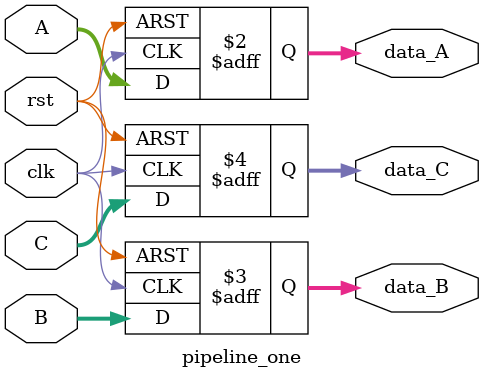
<source format=v>
module pipeline_one (clk, rst, A, B, C, data_A, data_B, data_C);

    input clk, rst;
    input [31:0] A, B, C;
    output reg [31:0] data_A, data_B, data_C;


    always @(posedge clk , posedge rst) begin
        if(rst) begin
            data_A <= {32{1'b0}};
            data_B <= {32{1'b0}};
            data_C <= {32{1'b0}};
        end
        else begin
            data_A <= A;
            data_B <= B;
            data_C <= C;
        end
    end

endmodule
</source>
